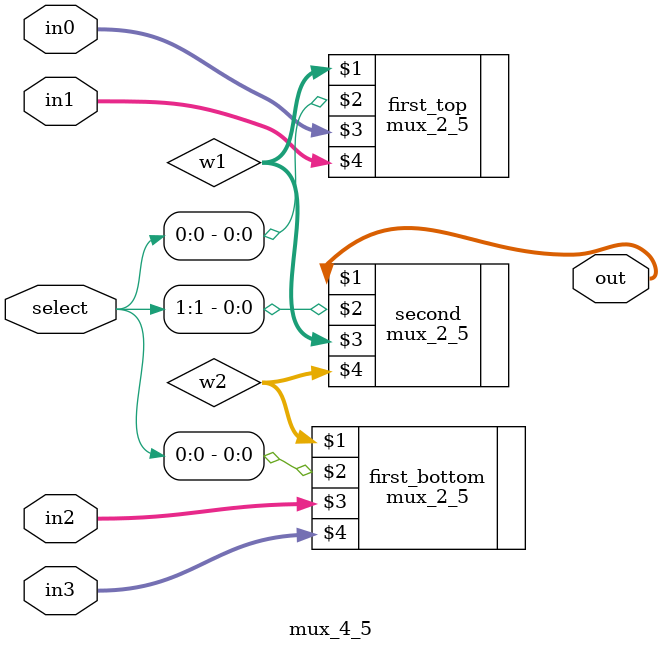
<source format=v>
module mux_4_5(out, select, in0, in1, in2, in3);
	input [1:0] select;
	input [4:0] in0, in1, in2, in3;
	output [4:0] out;
	wire [4:0] w1, w2;
	
	mux_2_5 first_top(w1, select[0], in0, in1);
	mux_2_5 first_bottom(w2, select[0], in2, in3);
	mux_2_5 second(out, select[1], w1, w2);
	
endmodule
</source>
